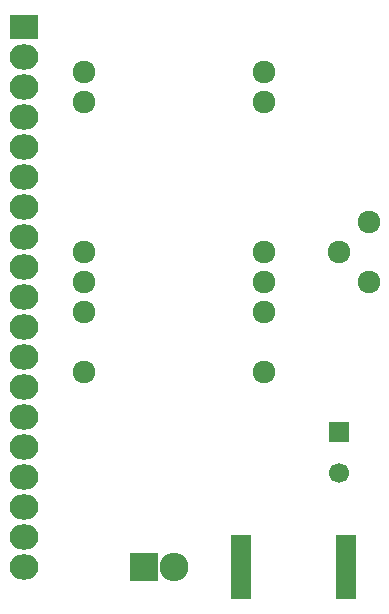
<source format=gbs>
G04 #@! TF.FileFunction,Soldermask,Bot*
%FSLAX46Y46*%
G04 Gerber Fmt 4.6, Leading zero omitted, Abs format (unit mm)*
G04 Created by KiCad (PCBNEW 4.0.4+e1-6308~48~ubuntu16.04.1-stable) date Mon Oct 24 16:47:08 2016*
%MOMM*%
%LPD*%
G01*
G04 APERTURE LIST*
%ADD10C,0.100000*%
%ADD11R,2.432000X2.432000*%
%ADD12O,2.432000X2.432000*%
%ADD13C,1.924000*%
%ADD14R,2.432000X2.127200*%
%ADD15O,2.432000X2.127200*%
%ADD16R,1.670000X5.480000*%
%ADD17C,1.700000*%
%ADD18R,1.700000X1.700000*%
G04 APERTURE END LIST*
D10*
D11*
X69850000Y-100330000D03*
D12*
X72390000Y-100330000D03*
D13*
X86360000Y-73660000D03*
X88900000Y-71120000D03*
X88900000Y-76200000D03*
D14*
X59690000Y-54610000D03*
D15*
X59690000Y-57150000D03*
X59690000Y-59690000D03*
X59690000Y-62230000D03*
X59690000Y-64770000D03*
X59690000Y-67310000D03*
X59690000Y-69850000D03*
X59690000Y-72390000D03*
X59690000Y-74930000D03*
X59690000Y-77470000D03*
X59690000Y-80010000D03*
X59690000Y-82550000D03*
X59690000Y-85090000D03*
X59690000Y-87630000D03*
X59690000Y-90170000D03*
X59690000Y-92710000D03*
X59690000Y-95250000D03*
X59690000Y-97790000D03*
X59690000Y-100330000D03*
D16*
X78105000Y-100330000D03*
X86995000Y-100330000D03*
D13*
X64770000Y-58420000D03*
X64770000Y-60960000D03*
X64770000Y-73660000D03*
X64770000Y-76200000D03*
X64770000Y-78740000D03*
X64770000Y-83820000D03*
X80010000Y-83820000D03*
X80010000Y-78740000D03*
X80010000Y-76200000D03*
X80010000Y-73660000D03*
X80010000Y-60960000D03*
X80010000Y-58420000D03*
D17*
X86360000Y-92400000D03*
D18*
X86360000Y-88900000D03*
M02*

</source>
